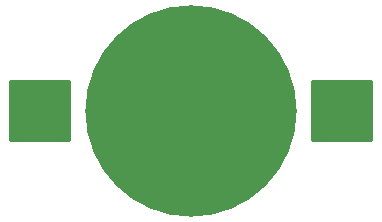
<source format=gbr>
%TF.GenerationSoftware,KiCad,Pcbnew,(7.0.0-0)*%
%TF.CreationDate,2023-10-06T17:45:21+02:00*%
%TF.ProjectId,annoying_little_shit,616e6e6f-7969-46e6-975f-6c6974746c65,rev?*%
%TF.SameCoordinates,Original*%
%TF.FileFunction,Soldermask,Bot*%
%TF.FilePolarity,Negative*%
%FSLAX46Y46*%
G04 Gerber Fmt 4.6, Leading zero omitted, Abs format (unit mm)*
G04 Created by KiCad (PCBNEW (7.0.0-0)) date 2023-10-06 17:45:21*
%MOMM*%
%LPD*%
G01*
G04 APERTURE LIST*
G04 Aperture macros list*
%AMRoundRect*
0 Rectangle with rounded corners*
0 $1 Rounding radius*
0 $2 $3 $4 $5 $6 $7 $8 $9 X,Y pos of 4 corners*
0 Add a 4 corners polygon primitive as box body*
4,1,4,$2,$3,$4,$5,$6,$7,$8,$9,$2,$3,0*
0 Add four circle primitives for the rounded corners*
1,1,$1+$1,$2,$3*
1,1,$1+$1,$4,$5*
1,1,$1+$1,$6,$7*
1,1,$1+$1,$8,$9*
0 Add four rect primitives between the rounded corners*
20,1,$1+$1,$2,$3,$4,$5,0*
20,1,$1+$1,$4,$5,$6,$7,0*
20,1,$1+$1,$6,$7,$8,$9,0*
20,1,$1+$1,$8,$9,$2,$3,0*%
G04 Aperture macros list end*
%ADD10RoundRect,0.050000X2.550000X2.550000X-2.550000X2.550000X-2.550000X-2.550000X2.550000X-2.550000X0*%
%ADD11C,17.900000*%
G04 APERTURE END LIST*
D10*
%TO.C,BT1*%
X143800000Y-62500000D03*
X118200000Y-62500000D03*
D11*
X131000000Y-62500000D03*
%TD*%
M02*

</source>
